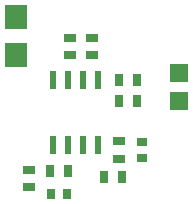
<source format=gtp>
G04 Layer_Color=8421504*
%FSLAX25Y25*%
%MOIN*%
G70*
G01*
G75*
%ADD10R,0.02362X0.06102*%
%ADD11R,0.03937X0.02953*%
%ADD12R,0.03150X0.03740*%
%ADD13R,0.02953X0.03937*%
%ADD14R,0.07284X0.08465*%
%ADD15R,0.06496X0.06496*%
%ADD16R,0.03740X0.03150*%
D10*
X210000Y201228D02*
D03*
X205000D02*
D03*
X200000D02*
D03*
X195000D02*
D03*
X210000Y179772D02*
D03*
X205000D02*
D03*
X200000D02*
D03*
X195000D02*
D03*
D11*
X187000Y171354D02*
D03*
Y165646D02*
D03*
X217000Y175146D02*
D03*
Y180854D02*
D03*
X200500Y209646D02*
D03*
Y215354D02*
D03*
X208000D02*
D03*
Y209646D02*
D03*
D12*
X199559Y163500D02*
D03*
X194441D02*
D03*
D13*
X217854Y169000D02*
D03*
X212146D02*
D03*
X194146Y171000D02*
D03*
X199854D02*
D03*
X217146Y194500D02*
D03*
X222854D02*
D03*
Y201500D02*
D03*
X217146D02*
D03*
D14*
X182500Y222299D02*
D03*
Y209701D02*
D03*
D15*
X237000Y203724D02*
D03*
Y194276D02*
D03*
D16*
X224500Y175441D02*
D03*
Y180559D02*
D03*
M02*

</source>
